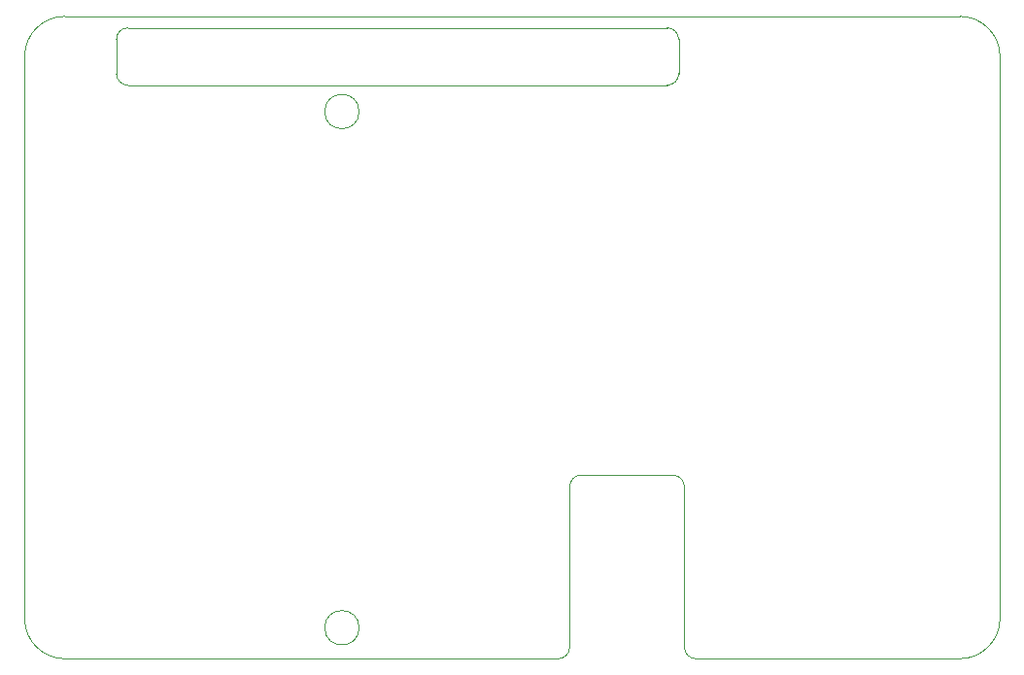
<source format=gm1>
%TF.GenerationSoftware,KiCad,Pcbnew,9.0.7-9.0.7~ubuntu24.04.1*%
%TF.CreationDate,2026-01-31T19:08:08-06:00*%
%TF.ProjectId,PCB,5043422e-6b69-4636-9164-5f7063625858,rev?*%
%TF.SameCoordinates,Original*%
%TF.FileFunction,Profile,NP*%
%FSLAX46Y46*%
G04 Gerber Fmt 4.6, Leading zero omitted, Abs format (unit mm)*
G04 Created by KiCad (PCBNEW 9.0.7-9.0.7~ubuntu24.04.1) date 2026-01-31 19:08:08*
%MOMM*%
%LPD*%
G01*
G04 APERTURE LIST*
%TA.AperFunction,Profile*%
%ADD10C,0.038100*%
%TD*%
G04 APERTURE END LIST*
D10*
X106000000Y-51500000D02*
G75*
G02*
X107000000Y-52500000I0J-1000000D01*
G01*
X107000000Y-55500000D02*
G75*
G02*
X106000000Y-56500000I-1000000J0D01*
G01*
X107000000Y-52500000D02*
X107000000Y-55500000D01*
X58000000Y-55500000D02*
X58000000Y-52500000D01*
X53500000Y-50500000D02*
X131500000Y-50500000D01*
X50000000Y-54000000D02*
G75*
G02*
X53500000Y-50500000I3500000J0D01*
G01*
X135000000Y-103000000D02*
G75*
G02*
X131500000Y-106500000I-3500000J0D01*
G01*
X59000000Y-51500000D02*
X106000000Y-51500000D01*
X97500000Y-105500000D02*
G75*
G02*
X96500000Y-106500000I-1000000J0D01*
G01*
X53500000Y-106500000D02*
X96500000Y-106500000D01*
X50000000Y-103000000D02*
X50000000Y-54000000D01*
X107500000Y-91500000D02*
X107500000Y-105500000D01*
X106000000Y-56500000D02*
X59000000Y-56500000D01*
X58000000Y-52500000D02*
G75*
G02*
X59000000Y-51500000I1000000J0D01*
G01*
X79150000Y-103800000D02*
G75*
G02*
X76150000Y-103800000I-1500000J0D01*
G01*
X76150000Y-103800000D02*
G75*
G02*
X79150000Y-103800000I1500000J0D01*
G01*
X131500000Y-50500000D02*
G75*
G02*
X135000000Y-54000000I0J-3500000D01*
G01*
X97500000Y-105500000D02*
X97500000Y-91500000D01*
X108500000Y-106500000D02*
X131500000Y-106500000D01*
X53500000Y-106500000D02*
G75*
G02*
X50000000Y-103000000I0J3500000D01*
G01*
X135000000Y-54000000D02*
X135000000Y-103000000D01*
X97500000Y-91500000D02*
G75*
G02*
X98500000Y-90500000I1000000J0D01*
G01*
X59000000Y-56500000D02*
G75*
G02*
X58000000Y-55500000I0J1000000D01*
G01*
X98500000Y-90500000D02*
X106500000Y-90500000D01*
X108500000Y-106500000D02*
G75*
G02*
X107500000Y-105500000I0J1000000D01*
G01*
X79150000Y-58800000D02*
G75*
G02*
X76150000Y-58800000I-1500000J0D01*
G01*
X76150000Y-58800000D02*
G75*
G02*
X79150000Y-58800000I1500000J0D01*
G01*
X106500000Y-90500000D02*
G75*
G02*
X107500000Y-91500000I0J-1000000D01*
G01*
M02*

</source>
